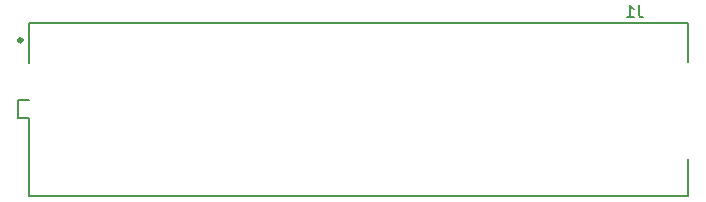
<source format=gbr>
%TF.GenerationSoftware,KiCad,Pcbnew,(6.0.8)*%
%TF.CreationDate,2022-12-05T17:54:35+01:00*%
%TF.ProjectId,FMC-HPC-BRK,464d432d-4850-4432-9d42-524b2e6b6963,rev?*%
%TF.SameCoordinates,Original*%
%TF.FileFunction,Legend,Bot*%
%TF.FilePolarity,Positive*%
%FSLAX46Y46*%
G04 Gerber Fmt 4.6, Leading zero omitted, Abs format (unit mm)*
G04 Created by KiCad (PCBNEW (6.0.8)) date 2022-12-05 17:54:35*
%MOMM*%
%LPD*%
G01*
G04 APERTURE LIST*
%ADD10C,0.150000*%
%ADD11C,0.300000*%
%ADD12C,0.200000*%
G04 APERTURE END LIST*
D10*
%TO.C,J1*%
X156879210Y-28020940D02*
X156879210Y-28737105D01*
X156926954Y-28880337D01*
X157022442Y-28975826D01*
X157165675Y-29023570D01*
X157261164Y-29023570D01*
X155876580Y-29023570D02*
X156449511Y-29023570D01*
X156163045Y-29023570D02*
X156163045Y-28020940D01*
X156258534Y-28164173D01*
X156354022Y-28259662D01*
X156449511Y-28307406D01*
D11*
X104685000Y-30980000D02*
G75*
G03*
X104685000Y-30980000I-150000J0D01*
G01*
D12*
X161035000Y-29490000D02*
X105255000Y-29490000D01*
X105255000Y-36070000D02*
X104365000Y-36070000D01*
X161035000Y-44170000D02*
X161035000Y-41075000D01*
X104365000Y-37590000D02*
X105255000Y-37590000D01*
X105255000Y-44170000D02*
X161035000Y-44170000D01*
X105255000Y-29490000D02*
X105255000Y-32930000D01*
X105255000Y-37590000D02*
X105255000Y-44170000D01*
X104365000Y-36070000D02*
X104365000Y-37590000D01*
X161045000Y-32830000D02*
X161035000Y-29490000D01*
%TD*%
M02*

</source>
